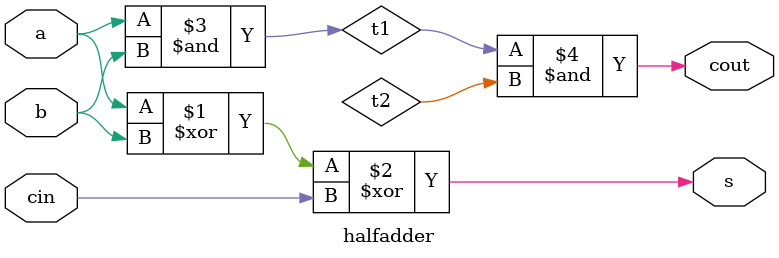
<source format=v>
module halfadder(s,cout,a,b,cin);
wire t1,t2,k;
input a,b,cin;
output s,cout;
xor (s,a,b,cin);
and (t1,a,b);
and (cout,t1,t2);

endmodule
</source>
